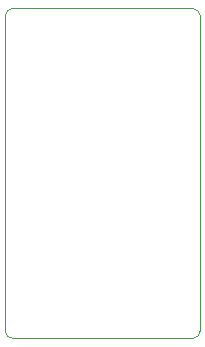
<source format=gm1>
G04 #@! TF.GenerationSoftware,KiCad,Pcbnew,7.0.11-7.0.11~ubuntu20.04.1*
G04 #@! TF.CreationDate,2024-08-20T20:37:44+02:00*
G04 #@! TF.ProjectId,kicad-pmod-ext,6b696361-642d-4706-9d6f-642d6578742e,1.0*
G04 #@! TF.SameCoordinates,Original*
G04 #@! TF.FileFunction,Profile,NP*
%FSLAX46Y46*%
G04 Gerber Fmt 4.6, Leading zero omitted, Abs format (unit mm)*
G04 Created by KiCad (PCBNEW 7.0.11-7.0.11~ubuntu20.04.1) date 2024-08-20 20:37:44*
%MOMM*%
%LPD*%
G01*
G04 APERTURE LIST*
G04 #@! TA.AperFunction,Profile*
%ADD10C,0.050000*%
G04 #@! TD*
G04 APERTURE END LIST*
D10*
X112395000Y-97155000D02*
X112395000Y-70485000D01*
X128270000Y-97790000D02*
G75*
G03*
X128905000Y-97155000I0J635000D01*
G01*
X113030000Y-69850000D02*
G75*
G03*
X112395000Y-70485000I0J-635000D01*
G01*
X128905000Y-70485000D02*
G75*
G03*
X128270000Y-69850000I-635000J0D01*
G01*
X128905000Y-70485000D02*
X128905000Y-97155000D01*
X112395000Y-97155000D02*
G75*
G03*
X113030000Y-97790000I635000J0D01*
G01*
X113030000Y-69850000D02*
X128270000Y-69850000D01*
X128270000Y-97790000D02*
X113030000Y-97790000D01*
M02*

</source>
